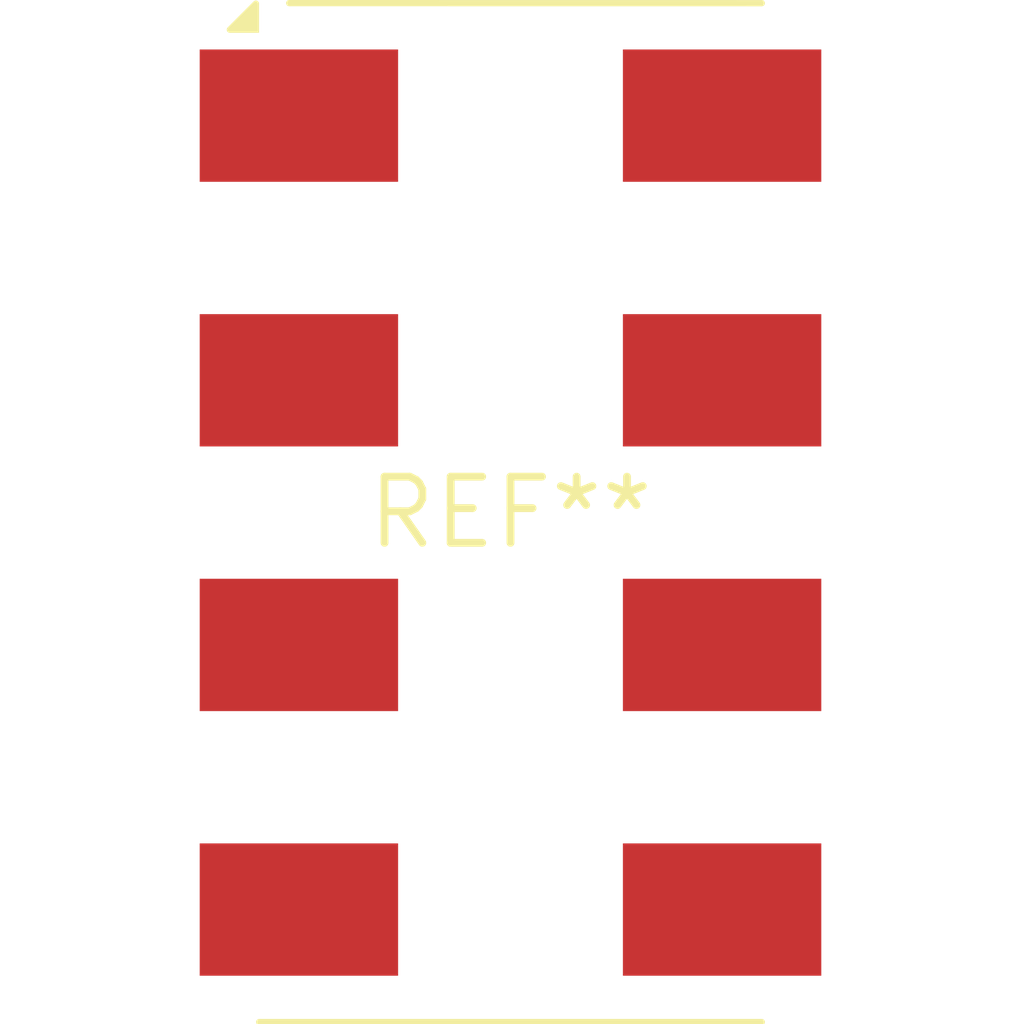
<source format=kicad_pcb>
(kicad_pcb (version 20240108) (generator pcbnew)
  (layers (0 "F.Cu" signal) (31 "B.Cu" signal) (34 "B.Paste" user) (35 "F.Paste" user) (36 "B.SilkS" user "B.Silkscreen") (37 "F.SilkS" user "F.Silkscreen") (38 "B.Mask" user) (39 "F.Mask" user) (44 "Edge.Cuts" user))
  (net 0 "")
  (footprint "Mini-Circuits_YY161" (layer "F.Cu") (at 0 0)
    (property "Reference" "REF**")
    (property "Value" "Mini-Circuits_YY161")
    (fp_line (start -4.826 9.779) (end 4.826 9.779) (layer "F.SilkS") (stroke (width 0.12)))
    (fp_line (start 4.826 -9.779) (end -4.25 -9.78) (layer "F.SilkS") (stroke (width 0.12)))
    (fp_poly (pts (xy -4.89 -9.27) (xy -5.39 -9.27) (xy -4.89 -9.77) (xy -4.89 -9.27)) (layer "F.SilkS") (stroke (width 0.12)) (fill solid))
    (pad "1" smd rect (at -4.064 -7.62 270) (size 2.54 3.81) (layers "F.Cu" "F.Paste" "F.Mask"))
    (pad "2" smd rect (at 4.064 -7.62 270) (size 2.54 3.81) (layers "F.Cu" "F.Paste" "F.Mask"))
    (pad "3" smd rect (at -4.064 -2.54 270) (size 2.54 3.81) (layers "F.Cu" "F.Paste" "F.Mask"))
    (pad "4" smd rect (at 4.064 -2.54 270) (size 2.54 3.81) (layers "F.Cu" "F.Paste" "F.Mask"))
    (pad "5" smd rect (at -4.064 2.54 270) (size 2.54 3.81) (layers "F.Cu" "F.Paste" "F.Mask"))
    (pad "6" smd rect (at 4.064 2.54 270) (size 2.54 3.81) (layers "F.Cu" "F.Paste" "F.Mask"))
    (pad "7" smd rect (at -4.064 7.62 270) (size 2.54 3.81) (layers "F.Cu" "F.Paste" "F.Mask"))
    (pad "8" smd rect (at 4.064 7.62 270) (size 2.54 3.81) (layers "F.Cu" "F.Paste" "F.Mask"))
  )
)
</source>
